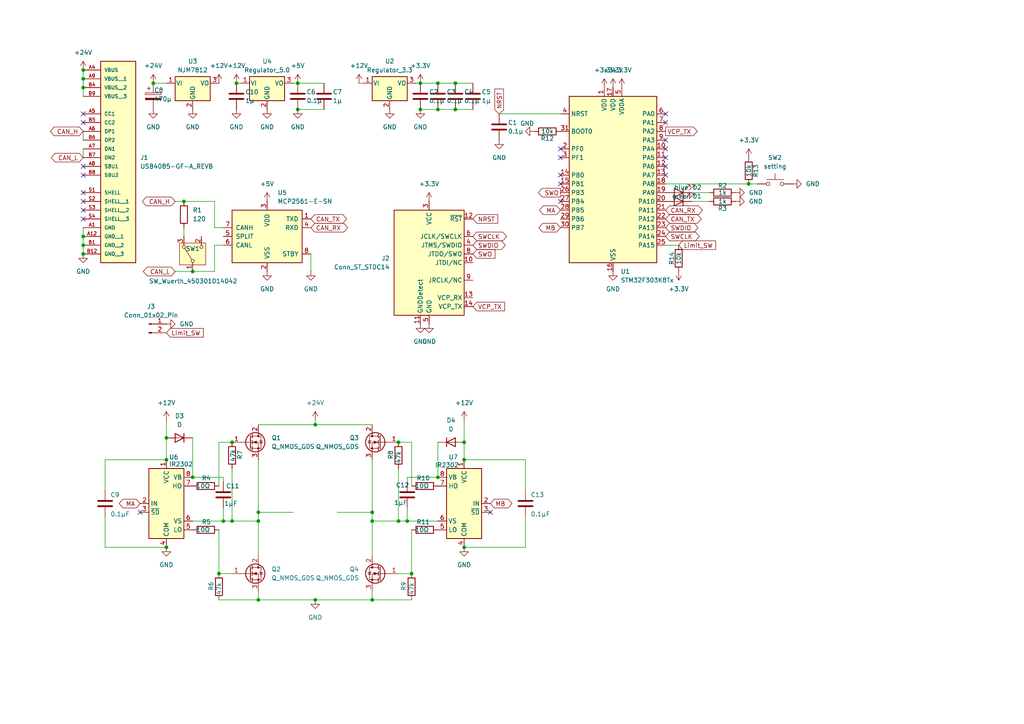
<source format=kicad_sch>
(kicad_sch (version 20250114) (generator "eeschema") (generator_version "9.0")
  (paper "A4")
  (lib_symbols
    (symbol "Connector:Conn_01x02_Pin" (pin_names (offset 1.016) (hide yes))
      (property "Reference" "J" (at 0 2.54 0))
      (property "Value" "Conn_01x02_Pin" (at 0 -5.08 0))
      (symbol "Conn_01x02_Pin_1_1"
        (rectangle (start 0.8636 0.127) (end 0 -0.127) (stroke (width 0.1524)) (fill (type outline)))
        (rectangle (start 0.8636 -2.413) (end 0 -2.667) (stroke (width 0.1524)) (fill (type outline)))
        (polyline (pts (xy 1.27 0) (xy 0.8636 0)) (stroke (width 0.1524)))
        (polyline (pts (xy 1.27 -2.54) (xy 0.8636 -2.54)) (stroke (width 0.1524)))
        (pin passive line (at 5.08 0 180) (length 3.81) (name "Pin_1") (number "1"))
        (pin passive line (at 5.08 -2.54 180) (length 3.81) (name "Pin_2") (number "2"))
      )
    )
    (symbol "Connector:Conn_ST_STDC14"
      (property "Reference" "J" (at -8.89 16.51 0))
      (property "Value" "Conn_ST_STDC14" (at 17.78 16.51 0))
      (symbol "Conn_ST_STDC14_0_1"
        (rectangle (start -10.16 15.24) (end 10.16 -15.24) (stroke (width 0.254)) (fill (type background)))
      )
      (symbol "Conn_ST_STDC14_1_1"
        (pin no_connect line (at -10.16 5.08 0) (length 2.54) (hide yes) (name "NC") (number "1"))
        (pin no_connect line (at -10.16 2.54 0) (length 2.54) (hide yes) (name "NC") (number "2"))
        (pin passive line (at -2.54 -17.78 90) (length 2.54) (name "GNDDetect") (number "11"))
        (pin power_in line (at 0 17.78 270) (length 2.54) (name "VCC") (number "3"))
        (pin power_in line (at 0 -17.78 90) (length 2.54) (name "GND") (number "5"))
        (pin passive line (at 0 -17.78 90) (length 2.54) (hide yes) (name "GND") (number "7"))
        (pin open_collector line (at 12.7 12.7 180) (length 2.54) (name "~{RST}") (number "12"))
        (pin output line (at 12.7 7.62 180) (length 2.54) (name "JCLK/SWCLK") (number "6"))
        (pin bidirectional line (at 12.7 5.08 180) (length 2.54) (name "JTMS/SWDIO") (number "4"))
        (pin input line (at 12.7 2.54 180) (length 2.54) (name "JTDO/SWO") (number "8"))
        (pin output line (at 12.7 0 180) (length 2.54) (name "JTDI/NC") (number "10"))
        (pin input line (at 12.7 -5.08 180) (length 2.54) (name "JRCLK/NC") (number "9"))
        (pin output line (at 12.7 -10.16 180) (length 2.54) (name "VCP_RX") (number "13"))
        (pin input line (at 12.7 -12.7 180) (length 2.54) (name "VCP_TX") (number "14"))
      )
    )
    (symbol "Device:C" (pin_numbers (hide yes)) (pin_names (offset 0.254))
      (property "Reference" "C" (at 0.635 2.54 0))
      (property "Value" "C" (at 0.635 -2.54 0))
      (symbol "C_0_1"
        (polyline (pts (xy -2.032 0.762) (xy 2.032 0.762)) (stroke (width 0.508)))
        (polyline (pts (xy -2.032 -0.762) (xy 2.032 -0.762)) (stroke (width 0.508)))
      )
      (symbol "C_1_1"
        (pin passive line (at 0 3.81 270) (length 2.794) (name "~") (number "1"))
        (pin passive line (at 0 -3.81 90) (length 2.794) (name "~") (number "2"))
      )
    )
    (symbol "Device:C_Polarized" (pin_numbers (hide yes)) (pin_names (offset 0.254))
      (property "Reference" "C" (at 0.635 2.54 0))
      (property "Value" "C_Polarized" (at 0.635 -2.54 0))
      (symbol "C_Polarized_0_1"
        (rectangle (start -2.286 0.508) (end 2.286 1.016))
        (polyline (pts (xy -1.778 2.286) (xy -0.762 2.286)))
        (polyline (pts (xy -1.27 2.794) (xy -1.27 1.778)))
        (rectangle (start 2.286 -0.508) (end -2.286 -1.016) (fill (type outline)))
      )
      (symbol "C_Polarized_1_1"
        (pin passive line (at 0 3.81 270) (length 2.794) (name "~") (number "1"))
        (pin passive line (at 0 -3.81 90) (length 2.794) (name "~") (number "2"))
      )
    )
    (symbol "Device:D" (pin_numbers (hide yes)) (pin_names (offset 1.016) (hide yes))
      (property "Reference" "D" (at 0 2.54 0))
      (property "Value" "D" (at 0 -2.54 0))
      (symbol "D_0_1"
        (polyline (pts (xy -1.27 1.27) (xy -1.27 -1.27)) (stroke (width 0.254)))
        (polyline (pts (xy 1.27 1.27) (xy 1.27 -1.27) (xy -1.27 0) (xy 1.27 1.27)) (stroke (width 0.254)))
        (polyline (pts (xy 1.27 0) (xy -1.27 0)))
      )
      (symbol "D_1_1"
        (pin passive line (at -3.81 0 0) (length 2.54) (name "K") (number "1"))
        (pin passive line (at 3.81 0 180) (length 2.54) (name "A") (number "2"))
      )
    )
    (symbol "Device:LED" (pin_numbers (hide yes)) (pin_names (offset 1.016) (hide yes))
      (property "Reference" "D" (at 0 2.54 0))
      (property "Value" "LED" (at 0 -2.54 0))
      (symbol "LED_0_1"
        (polyline (pts (xy -3.048 -0.762) (xy -4.572 -2.286) (xy -3.81 -2.286) (xy -4.572 -2.286) (xy -4.572 -1.524)))
        (polyline (pts (xy -1.778 -0.762) (xy -3.302 -2.286) (xy -2.54 -2.286) (xy -3.302 -2.286) (xy -3.302 -1.524)))
        (polyline (pts (xy -1.27 0) (xy 1.27 0)))
        (polyline (pts (xy -1.27 -1.27) (xy -1.27 1.27)) (stroke (width 0.254)))
        (polyline (pts (xy 1.27 -1.27) (xy 1.27 1.27) (xy -1.27 0) (xy 1.27 -1.27)) (stroke (width 0.254)))
      )
      (symbol "LED_1_1"
        (pin passive line (at -3.81 0 0) (length 2.54) (name "K") (number "1"))
        (pin passive line (at 3.81 0 180) (length 2.54) (name "A") (number "2"))
      )
    )
    (symbol "Device:Q_NMOS_GDS" (pin_names (offset 0) (hide yes))
      (property "Reference" "Q" (at 5.08 1.27 0))
      (property "Value" "Q_NMOS_GDS" (at 5.08 -1.27 0))
      (symbol "Q_NMOS_GDS_0_1"
        (polyline (pts (xy 0.254 1.905) (xy 0.254 -1.905)) (stroke (width 0.254)))
        (polyline (pts (xy 0.254 0) (xy -2.54 0)))
        (polyline (pts (xy 0.762 2.286) (xy 0.762 1.27)) (stroke (width 0.254)))
        (polyline (pts (xy 0.762 0.508) (xy 0.762 -0.508)) (stroke (width 0.254)))
        (polyline (pts (xy 0.762 -1.27) (xy 0.762 -2.286)) (stroke (width 0.254)))
        (polyline (pts (xy 0.762 -1.778) (xy 3.302 -1.778) (xy 3.302 1.778) (xy 0.762 1.778)))
        (polyline (pts (xy 1.016 0) (xy 2.032 0.381) (xy 2.032 -0.381) (xy 1.016 0)) (fill (type outline)))
        (circle (center 1.651 0) (radius 2.794) (stroke (width 0.254)))
        (polyline (pts (xy 2.54 2.54) (xy 2.54 1.778)))
        (circle (center 2.54 1.778) (radius 0.254) (fill (type outline)))
        (circle (center 2.54 -1.778) (radius 0.254) (fill (type outline)))
        (polyline (pts (xy 2.54 -2.54) (xy 2.54 0) (xy 0.762 0)))
        (polyline (pts (xy 2.794 0.508) (xy 2.921 0.381) (xy 3.683 0.381) (xy 3.81 0.254)))
        (polyline (pts (xy 3.302 0.381) (xy 2.921 -0.254) (xy 3.683 -0.254) (xy 3.302 0.381)))
      )
      (symbol "Q_NMOS_GDS_1_1"
        (pin input line (at -5.08 0 0) (length 2.54) (name "G") (number "1"))
        (pin passive line (at 2.54 5.08 270) (length 2.54) (name "D") (number "2"))
        (pin passive line (at 2.54 -5.08 90) (length 2.54) (name "S") (number "3"))
      )
    )
    (symbol "Device:R" (pin_numbers (hide yes)) (pin_names (offset 0))
      (property "Reference" "R" (at 2.032 0 90))
      (property "Value" "R" (at 0 0 90))
      (symbol "R_0_1"
        (rectangle (start -1.016 -2.54) (end 1.016 2.54) (stroke (width 0.254)))
      )
      (symbol "R_1_1"
        (pin passive line (at 0 3.81 270) (length 1.27) (name "~") (number "1"))
        (pin passive line (at 0 -3.81 90) (length 1.27) (name "~") (number "2"))
      )
    )
    (symbol "Driver_FET:IR2302"
      (property "Reference" "U" (at 1.27 13.335 0))
      (property "Value" "IR2302" (at 1.27 11.43 0))
      (symbol "IR2302_0_1"
        (rectangle (start -5.08 -10.16) (end 5.08 10.16) (stroke (width 0.254)) (fill (type background)))
      )
      (symbol "IR2302_1_1"
        (pin input line (at -7.62 0 0) (length 2.54) (name "IN") (number "2"))
        (pin input line (at -7.62 -2.54 0) (length 2.54) (name "~{SD}") (number "3"))
        (pin power_in line (at 0 12.7 270) (length 2.54) (name "VCC") (number "1"))
        (pin power_in line (at 0 -12.7 90) (length 2.54) (name "COM") (number "4"))
        (pin passive line (at 7.62 7.62 180) (length 2.54) (name "VB") (number "8"))
        (pin output line (at 7.62 5.08 180) (length 2.54) (name "HO") (number "7"))
        (pin passive line (at 7.62 -5.08 180) (length 2.54) (name "VS") (number "6"))
        (pin output line (at 7.62 -7.62 180) (length 2.54) (name "LO") (number "5"))
      )
    )
    (symbol "Interface_CAN_LIN:MCP2561-E-SN" (pin_names (offset 1.016))
      (property "Reference" "U" (at -10.16 8.89 0))
      (property "Value" "MCP2561-E-SN" (at 2.54 8.89 0))
      (symbol "MCP2561-E-SN_0_1"
        (rectangle (start -10.16 7.62) (end 10.16 -7.62) (stroke (width 0.254)) (fill (type background)))
      )
      (symbol "MCP2561-E-SN_1_1"
        (pin input line (at -12.7 5.08 0) (length 2.54) (name "TXD") (number "1"))
        (pin output line (at -12.7 2.54 0) (length 2.54) (name "RXD") (number "4"))
        (pin input line (at -12.7 -5.08 0) (length 2.54) (name "STBY") (number "8"))
        (pin power_in line (at 0 10.16 270) (length 2.54) (name "VDD") (number "3"))
        (pin power_in line (at 0 -10.16 90) (length 2.54) (name "VSS") (number "2"))
        (pin bidirectional line (at 12.7 2.54 180) (length 2.54) (name "CANH") (number "7"))
        (pin passive line (at 12.7 0 180) (length 2.54) (name "SPLIT") (number "5"))
        (pin bidirectional line (at 12.7 -2.54 180) (length 2.54) (name "CANL") (number "6"))
      )
    )
    (symbol "MCU_ST_STM32F3:STM32F303K8Tx"
      (property "Reference" "U" (at -12.7 26.67 0))
      (property "Value" "STM32F303K8Tx" (at 5.08 26.67 0))
      (symbol "STM32F303K8Tx_0_1"
        (rectangle (start -12.7 -22.86) (end 12.7 25.4) (stroke (width 0.254)) (fill (type background)))
      )
      (symbol "STM32F303K8Tx_1_1"
        (pin input line (at -15.24 20.32 0) (length 2.54) (name "NRST") (number "4"))
        (pin input line (at -15.24 15.24 0) (length 2.54) (name "BOOT0") (number "31"))
        (pin bidirectional line (at -15.24 10.16 0) (length 2.54) (name "PF0") (number "2"))
        (pin bidirectional line (at -15.24 7.62 0) (length 2.54) (name "PF1") (number "3"))
        (pin bidirectional line (at -15.24 2.54 0) (length 2.54) (name "PB0") (number "14"))
        (pin bidirectional line (at -15.24 0 0) (length 2.54) (name "PB1") (number "15"))
        (pin bidirectional line (at -15.24 -2.54 0) (length 2.54) (name "PB3") (number "26"))
        (pin bidirectional line (at -15.24 -5.08 0) (length 2.54) (name "PB4") (number "27"))
        (pin bidirectional line (at -15.24 -7.62 0) (length 2.54) (name "PB5") (number "28"))
        (pin bidirectional line (at -15.24 -10.16 0) (length 2.54) (name "PB6") (number "29"))
        (pin bidirectional line (at -15.24 -12.7 0) (length 2.54) (name "PB7") (number "30"))
        (pin power_in line (at -2.54 27.94 270) (length 2.54) (name "VDD") (number "1"))
        (pin power_in line (at 0 27.94 270) (length 2.54) (name "VDD") (number "17"))
        (pin power_in line (at 0 -25.4 90) (length 2.54) (name "VSS") (number "16"))
        (pin passive line (at 0 -25.4 90) (length 2.54) (hide yes) (name "VSS") (number "32"))
        (pin power_in line (at 2.54 27.94 270) (length 2.54) (name "VDDA") (number "5"))
        (pin bidirectional line (at 15.24 20.32 180) (length 2.54) (name "PA0") (number "6"))
        (pin bidirectional line (at 15.24 17.78 180) (length 2.54) (name "PA1") (number "7"))
        (pin bidirectional line (at 15.24 15.24 180) (length 2.54) (name "PA2") (number "8"))
        (pin bidirectional line (at 15.24 12.7 180) (length 2.54) (name "PA3") (number "9"))
        (pin bidirectional line (at 15.24 10.16 180) (length 2.54) (name "PA4") (number "10"))
        (pin bidirectional line (at 15.24 7.62 180) (length 2.54) (name "PA5") (number "11"))
        (pin bidirectional line (at 15.24 5.08 180) (length 2.54) (name "PA6") (number "12"))
        (pin bidirectional line (at 15.24 2.54 180) (length 2.54) (name "PA7") (number "13"))
        (pin bidirectional line (at 15.24 0 180) (length 2.54) (name "PA8") (number "18"))
        (pin bidirectional line (at 15.24 -2.54 180) (length 2.54) (name "PA9") (number "19"))
        (pin bidirectional line (at 15.24 -5.08 180) (length 2.54) (name "PA10") (number "20"))
        (pin bidirectional line (at 15.24 -7.62 180) (length 2.54) (name "PA11") (number "21"))
        (pin bidirectional line (at 15.24 -10.16 180) (length 2.54) (name "PA12") (number "22"))
        (pin bidirectional line (at 15.24 -12.7 180) (length 2.54) (name "PA13") (number "23"))
        (pin bidirectional line (at 15.24 -15.24 180) (length 2.54) (name "PA14") (number "24"))
        (pin bidirectional line (at 15.24 -17.78 180) (length 2.54) (name "PA15") (number "25"))
      )
    )
    (symbol "Regulator_Linear:KA78M05_TO252" (pin_names (offset 0.254))
      (property "Reference" "U" (at -3.81 3.175 0))
      (property "Value" "KA78M05_TO252" (at 0 3.175 0))
      (symbol "KA78M05_TO252_0_1"
        (rectangle (start -5.08 1.905) (end 5.08 -5.08) (stroke (width 0.254)) (fill (type background)))
      )
      (symbol "KA78M05_TO252_1_1"
        (pin power_in line (at -7.62 0 0) (length 2.54) (name "VI") (number "1"))
        (pin power_in line (at 0 -7.62 90) (length 2.54) (name "GND") (number "2"))
        (pin power_out line (at 7.62 0 180) (length 2.54) (name "VO") (number "3"))
      )
    )
    (symbol "Regulator_Linear:LM2936-5.0" (pin_names (offset 0.254))
      (property "Reference" "U" (at -3.81 3.175 0))
      (property "Value" "LM2936-5.0" (at 0 3.175 0))
      (symbol "LM2936-5.0_0_1"
        (rectangle (start -5.08 1.905) (end 5.08 -5.08) (stroke (width 0.254)) (fill (type background)))
      )
      (symbol "LM2936-5.0_1_1"
        (pin power_in line (at -7.62 0 0) (length 2.54) (name "VI") (number "1"))
        (pin power_in line (at 0 -7.62 90) (length 2.54) (name "GND") (number "2"))
        (pin power_out line (at 7.62 0 180) (length 2.54) (name "VO") (number "3"))
      )
    )
    (symbol "Switch:SW_Push" (pin_numbers (hide yes)) (pin_names (offset 1.016) (hide yes))
      (property "Reference" "SW" (at 1.27 2.54 0))
      (property "Value" "SW_Push" (at 0 -1.524 0))
      (symbol "SW_Push_0_1"
        (circle (center -2.032 0) (radius 0.508))
        (polyline (pts (xy 0 1.27) (xy 0 3.048)))
        (circle (center 2.032 0) (radius 0.508))
        (polyline (pts (xy 2.54 1.27) (xy -2.54 1.27)))
        (pin passive line (at -5.08 0 0) (length 2.54) (name "1") (number "1"))
        (pin passive line (at 5.08 0 180) (length 2.54) (name "2") (number "2"))
      )
    )
    (symbol "Switch:SW_Wuerth_450301014042" (pin_names (offset 1) (hide yes))
      (property "Reference" "SW" (at 0 5.08 0))
      (property "Value" "SW_Wuerth_450301014042" (at 0 -5.08 0))
      (symbol "SW_Wuerth_450301014042_0_1"
        (circle (center -2.032 0) (radius 0.4572))
        (polyline (pts (xy -1.651 0.254) (xy 1.651 2.286)))
        (circle (center 2.032 2.54) (radius 0.4572))
        (circle (center 2.032 -2.54) (radius 0.4572))
      )
      (symbol "SW_Wuerth_450301014042_1_1"
        (rectangle (start -3.175 3.81) (end 3.175 -3.81) (fill (type background)))
        (pin passive line (at -5.08 0 0) (length 2.54) (name "B") (number "1"))
        (pin passive line (at 5.08 2.54 180) (length 2.54) (name "A") (number "3"))
        (pin passive line (at 5.08 -2.54 180) (length 2.54) (name "C") (number "2"))
      )
    )
    (symbol "USB4085-GF-A_REVB:USB4085-GF-A_REVB" (pin_names (offset 1.016))
      (property "Reference" "J" (at -5.08 18.288 0))
      (property "Value" "USB4085-GF-A_REVB" (at -5.08 -43.18 0))
      (symbol "USB4085-GF-A_REVB_0_0"
        (rectangle (start -5.08 -40.64) (end 5.08 17.78) (stroke (width 0.254)) (fill (type background)))
        (pin power_in line (at -10.16 15.24 0) (length 5.08) (name "VBUS") (number "A4"))
        (pin power_in line (at -10.16 12.7 0) (length 5.08) (name "VBUS__1") (number "A9"))
        (pin power_in line (at -10.16 10.16 0) (length 5.08) (name "VBUS__2") (number "B4"))
        (pin power_in line (at -10.16 7.62 0) (length 5.08) (name "VBUS__3") (number "B9"))
        (pin bidirectional line (at -10.16 2.54 0) (length 5.08) (name "CC1") (number "A5"))
        (pin bidirectional line (at -10.16 0 0) (length 5.08) (name "CC2") (number "B5"))
        (pin bidirectional line (at -10.16 -2.54 0) (length 5.08) (name "DP1") (number "A6"))
        (pin bidirectional line (at -10.16 -5.08 0) (length 5.08) (name "DP2") (number "B6"))
        (pin bidirectional line (at -10.16 -7.62 0) (length 5.08) (name "DN1") (number "A7"))
        (pin bidirectional line (at -10.16 -10.16 0) (length 5.08) (name "DN2") (number "B7"))
        (pin bidirectional line (at -10.16 -12.7 0) (length 5.08) (name "SBU1") (number "A8"))
        (pin bidirectional line (at -10.16 -15.24 0) (length 5.08) (name "SBU2") (number "B8"))
        (pin passive line (at -10.16 -20.32 0) (length 5.08) (name "SHELL") (number "S1"))
        (pin passive line (at -10.16 -22.86 0) (length 5.08) (name "SHELL__1") (number "S2"))
        (pin passive line (at -10.16 -25.4 0) (length 5.08) (name "SHELL__2") (number "S3"))
        (pin passive line (at -10.16 -27.94 0) (length 5.08) (name "SHELL__3") (number "S4"))
        (pin power_in line (at -10.16 -30.48 0) (length 5.08) (name "GND") (number "A1"))
        (pin power_in line (at -10.16 -33.02 0) (length 5.08) (name "GND__1") (number "A12"))
        (pin power_in line (at -10.16 -35.56 0) (length 5.08) (name "GND__2") (number "B1"))
        (pin power_in line (at -10.16 -38.1 0) (length 5.08) (name "GND__3") (number "B12"))
      )
    )
    (symbol "power:+12V" (power) (pin_numbers (hide yes)) (pin_names (offset 0) (hide yes))
      (property "Value" "+12V" (at 0 3.556 0))
      (symbol "+12V_0_1"
        (polyline (pts (xy -0.762 1.27) (xy 0 2.54)))
        (polyline (pts (xy 0 2.54) (xy 0.762 1.27)))
        (polyline (pts (xy 0 0) (xy 0 2.54)))
      )
      (symbol "+12V_1_1"
        (pin power_in line (at 0 0 90) (length 0) (name "~") (number "1"))
      )
    )
    (symbol "power:+24V" (power) (pin_numbers (hide yes)) (pin_names (offset 0) (hide yes))
      (property "Value" "+24V" (at 0 3.556 0))
      (symbol "+24V_0_1"
        (polyline (pts (xy -0.762 1.27) (xy 0 2.54)))
        (polyline (pts (xy 0 2.54) (xy 0.762 1.27)))
        (polyline (pts (xy 0 0) (xy 0 2.54)))
      )
      (symbol "+24V_1_1"
        (pin power_in line (at 0 0 90) (length 0) (name "~") (number "1"))
      )
    )
    (symbol "power:+3.3V" (power) (pin_numbers (hide yes)) (pin_names (offset 0) (hide yes))
      (property "Value" "+3.3V" (at 0 3.556 0))
      (symbol "+3.3V_0_1"
        (polyline (pts (xy -0.762 1.27) (xy 0 2.54)))
        (polyline (pts (xy 0 2.54) (xy 0.762 1.27)))
        (polyline (pts (xy 0 0) (xy 0 2.54)))
      )
      (symbol "+3.3V_1_1"
        (pin power_in line (at 0 0 90) (length 0) (name "~") (number "1"))
      )
    )
    (symbol "power:+5V" (power) (pin_numbers (hide yes)) (pin_names (offset 0) (hide yes))
      (property "Value" "+5V" (at 0 3.556 0))
      (symbol "+5V_0_1"
        (polyline (pts (xy -0.762 1.27) (xy 0 2.54)))
        (polyline (pts (xy 0 2.54) (xy 0.762 1.27)))
        (polyline (pts (xy 0 0) (xy 0 2.54)))
      )
      (symbol "+5V_1_1"
        (pin power_in line (at 0 0 90) (length 0) (name "~") (number "1"))
      )
    )
    (symbol "power:GND" (power) (pin_numbers (hide yes)) (pin_names (offset 0) (hide yes))
      (property "Value" "GND" (at 0 -3.81 0))
      (symbol "GND_0_1"
        (polyline (pts (xy 0 0) (xy 0 -1.27) (xy 1.27 -1.27) (xy 0 -2.54) (xy -1.27 -1.27) (xy 0 -1.27)))
      )
      (symbol "GND_1_1"
        (pin power_in line (at 0 0 270) (length 0) (name "~") (number "1"))
      )
    )
  )
  (junction (at 24.13 68.58))
  (junction (at 86.36 31.75))
  (junction (at 48.26 133.35))
  (junction (at 24.13 71.12))
  (junction (at 107.95 148.59))
  (junction (at 134.62 128.27))
  (junction (at 63.5 166.37))
  (junction (at 132.08 31.75))
  (junction (at 24.13 20.32))
  (junction (at 44.45 24.13))
  (junction (at 55.88 78.74))
  (junction (at 74.93 151.13))
  (junction (at 115.57 128.27))
  (junction (at 107.95 151.13))
  (junction (at 127 31.75))
  (junction (at 121.92 24.13))
  (junction (at 48.26 158.75))
  (junction (at 67.31 128.27))
  (junction (at 91.44 173.99))
  (junction (at 24.13 22.86))
  (junction (at 127 24.13))
  (junction (at 64.77 151.13))
  (junction (at 53.34 58.42))
  (junction (at 55.88 138.43))
  (junction (at 118.11 151.13))
  (junction (at 119.38 166.37))
  (junction (at 86.36 24.13))
  (junction (at 48.26 127))
  (junction (at 134.62 133.35))
  (junction (at 127 138.43))
  (junction (at 115.57 151.13))
  (junction (at 91.44 123.19))
  (junction (at 134.62 158.75))
  (junction (at 107.95 173.99))
  (junction (at 132.08 24.13))
  (junction (at 121.92 31.75))
  (junction (at 67.31 151.13))
  (junction (at 68.58 24.13))
  (junction (at 24.13 25.4))
  (junction (at 217.17 53.34))
  (junction (at 74.93 148.59))
  (junction (at 74.93 173.99))
  (junction (at 24.13 73.66))
  (no_connect (at 193.04 48.26))
  (no_connect (at 193.04 43.18))
  (no_connect (at 162.56 50.8))
  (no_connect (at 24.13 50.8))
  (no_connect (at 142.24 148.59))
  (no_connect (at 24.13 33.02))
  (no_connect (at 24.13 58.42))
  (no_connect (at 162.56 43.18))
  (no_connect (at 193.04 45.72))
  (no_connect (at 24.13 55.88))
  (no_connect (at 193.04 50.8))
  (no_connect (at 193.04 35.56))
  (no_connect (at 40.64 148.59))
  (no_connect (at 24.13 60.96))
  (no_connect (at 24.13 35.56))
  (no_connect (at 162.56 58.42))
  (no_connect (at 24.13 63.5))
  (no_connect (at 162.56 45.72))
  (no_connect (at 162.56 53.34))
  (no_connect (at 24.13 48.26))
  (no_connect (at 193.04 40.64))
  (no_connect (at 193.04 33.02))
  (wire (pts (xy 86.36 31.75) (xy 93.98 31.75)))
  (wire (pts (xy 63.5 166.37) (xy 67.31 166.37)))
  (wire (pts (xy 119.38 128.27) (xy 119.38 140.97)))
  (wire (pts (xy 121.92 31.75) (xy 127 31.75)))
  (wire (pts (xy 119.38 166.37) (xy 115.57 166.37)))
  (wire (pts (xy 193.04 71.12) (xy 196.85 71.12)))
  (wire (pts (xy 91.44 123.19) (xy 107.95 123.19)))
  (wire (pts (xy 152.4 158.75) (xy 134.62 158.75)))
  (wire (pts (xy 152.4 133.35) (xy 134.62 133.35)))
  (wire (pts (xy 152.4 142.24) (xy 152.4 133.35)))
  (wire (pts (xy 48.26 158.75) (xy 30.48 158.75)))
  (wire (pts (xy 63.5 153.67) (xy 63.5 166.37)))
  (wire (pts (xy 144.78 33.02) (xy 162.56 33.02)))
  (wire (pts (xy 152.4 149.86) (xy 152.4 158.75)))
  (wire (pts (xy 107.95 173.99) (xy 119.38 173.99)))
  (wire (pts (xy 118.11 138.43) (xy 118.11 139.7)))
  (wire (pts (xy 134.62 121.92) (xy 134.62 128.27)))
  (wire (pts (xy 63.5 173.99) (xy 74.93 173.99)))
  (wire (pts (xy 74.93 133.35) (xy 74.93 148.59)))
  (wire (pts (xy 62.23 78.74) (xy 62.23 71.12)))
  (wire (pts (xy 48.26 121.92) (xy 48.26 127)))
  (wire (pts (xy 24.13 25.4) (xy 24.13 27.94)))
  (wire (pts (xy 30.48 133.35) (xy 48.26 133.35)))
  (wire (pts (xy 104.14 24.13) (xy 105.41 24.13)))
  (wire (pts (xy 48.26 127) (xy 48.26 133.35)))
  (wire (pts (xy 30.48 158.75) (xy 30.48 149.86)))
  (wire (pts (xy 24.13 68.58) (xy 24.13 71.12)))
  (wire (pts (xy 107.95 151.13) (xy 107.95 161.29)))
  (wire (pts (xy 68.58 24.13) (xy 69.85 24.13)))
  (wire (pts (xy 118.11 147.32) (xy 118.11 151.13)))
  (wire (pts (xy 127 24.13) (xy 132.08 24.13)))
  (wire (pts (xy 97.79 148.59) (xy 107.95 148.59)))
  (wire (pts (xy 127 31.75) (xy 132.08 31.75)))
  (wire (pts (xy 62.23 66.04) (xy 64.77 66.04)))
  (wire (pts (xy 115.57 151.13) (xy 118.11 151.13)))
  (wire (pts (xy 86.36 24.13) (xy 85.09 24.13)))
  (wire (pts (xy 24.13 22.86) (xy 24.13 25.4)))
  (wire (pts (xy 55.88 78.74) (xy 62.23 78.74)))
  (wire (pts (xy 24.13 71.12) (xy 24.13 73.66)))
  (wire (pts (xy 64.77 138.43) (xy 55.88 138.43)))
  (wire (pts (xy 74.93 148.59) (xy 85.09 148.59)))
  (wire (pts (xy 64.77 147.32) (xy 64.77 151.13)))
  (wire (pts (xy 64.77 138.43) (xy 64.77 139.7)))
  (wire (pts (xy 91.44 173.99) (xy 107.95 173.99)))
  (wire (pts (xy 53.34 58.42) (xy 50.8 58.42)))
  (wire (pts (xy 24.13 66.04) (xy 24.13 68.58)))
  (wire (pts (xy 50.8 78.74) (xy 55.88 78.74)))
  (wire (pts (xy 107.95 151.13) (xy 115.57 151.13)))
  (wire (pts (xy 119.38 153.67) (xy 119.38 166.37)))
  (wire (pts (xy 107.95 173.99) (xy 107.95 171.45)))
  (wire (pts (xy 132.08 31.75) (xy 137.16 31.75)))
  (wire (pts (xy 107.95 148.59) (xy 107.95 151.13)))
  (wire (pts (xy 64.77 151.13) (xy 67.31 151.13)))
  (wire (pts (xy 24.13 43.18) (xy 24.13 45.72)))
  (wire (pts (xy 53.34 66.04) (xy 53.34 68.58)))
  (wire (pts (xy 24.13 38.1) (xy 24.13 40.64)))
  (wire (pts (xy 63.5 128.27) (xy 67.31 128.27)))
  (wire (pts (xy 121.92 24.13) (xy 120.65 24.13)))
  (wire (pts (xy 132.08 24.13) (xy 137.16 24.13)))
  (wire (pts (xy 62.23 71.12) (xy 64.77 71.12)))
  (wire (pts (xy 115.57 135.89) (xy 115.57 151.13)))
  (wire (pts (xy 193.04 53.34) (xy 217.17 53.34)))
  (wire (pts (xy 63.5 128.27) (xy 63.5 140.97)))
  (wire (pts (xy 107.95 133.35) (xy 107.95 148.59)))
  (wire (pts (xy 90.17 73.66) (xy 90.17 78.74)))
  (wire (pts (xy 74.93 173.99) (xy 74.93 171.45)))
  (wire (pts (xy 134.62 128.27) (xy 134.62 133.35)))
  (wire (pts (xy 24.13 20.32) (xy 24.13 22.86)))
  (wire (pts (xy 86.36 24.13) (xy 93.98 24.13)))
  (wire (pts (xy 55.88 127) (xy 55.88 138.43)))
  (wire (pts (xy 205.74 55.88) (xy 200.66 55.88)))
  (wire (pts (xy 74.93 173.99) (xy 91.44 173.99)))
  (wire (pts (xy 67.31 151.13) (xy 74.93 151.13)))
  (wire (pts (xy 74.93 151.13) (xy 74.93 161.29)))
  (wire (pts (xy 119.38 128.27) (xy 115.57 128.27)))
  (wire (pts (xy 30.48 142.24) (xy 30.48 133.35)))
  (wire (pts (xy 74.93 148.59) (xy 74.93 151.13)))
  (wire (pts (xy 67.31 135.89) (xy 67.31 151.13)))
  (wire (pts (xy 121.92 24.13) (xy 127 24.13)))
  (wire (pts (xy 91.44 121.92) (xy 91.44 123.19)))
  (wire (pts (xy 62.23 58.42) (xy 53.34 58.42)))
  (wire (pts (xy 118.11 138.43) (xy 127 138.43)))
  (wire (pts (xy 44.45 24.13) (xy 48.26 24.13)))
  (wire (pts (xy 62.23 58.42) (xy 62.23 66.04)))
  (wire (pts (xy 55.88 151.13) (xy 64.77 151.13)))
  (wire (pts (xy 217.17 53.34) (xy 219.71 53.34)))
  (wire (pts (xy 200.66 58.42) (xy 205.74 58.42)))
  (wire (pts (xy 127 128.27) (xy 127 138.43)))
  (wire (pts (xy 118.11 151.13) (xy 127 151.13)))
  (wire (pts (xy 74.93 123.19) (xy 91.44 123.19)))
  (global_label "MB" (shape bidirectional) (at 142.24 146.05 0) (property "Intersheetrefs" "${INTERSHEET_REFS}" (effects (hide yes))))
  (global_label "MA" (shape bidirectional) (at 162.56 60.96 180) (property "Intersheetrefs" "${INTERSHEET_REFS}" (effects (hide yes))))
  (global_label "SWCLK" (shape bidirectional) (at 193.04 68.58 0) (property "Intersheetrefs" "${INTERSHEET_REFS}" (effects (hide yes))))
  (global_label "CAN_TX" (shape bidirectional) (at 90.17 63.5 0) (property "Intersheetrefs" "${INTERSHEET_REFS}" (effects (hide yes))))
  (global_label "CAN_H" (shape bidirectional) (at 50.8 58.42 180) (property "Intersheetrefs" "${INTERSHEET_REFS}" (effects (hide yes))))
  (global_label "CAN_L" (shape bidirectional) (at 24.13 45.72 180) (property "Intersheetrefs" "${INTERSHEET_REFS}" (effects (hide yes))))
  (global_label "SWO" (shape output) (at 162.56 55.88 180) (property "Intersheetrefs" "${INTERSHEET_REFS}" (effects (hide yes))))
  (global_label "NRST" (shape input) (at 144.78 33.02 90) (property "Intersheetrefs" "${INTERSHEET_REFS}" (effects (hide yes))))
  (global_label "CAN_RX" (shape bidirectional) (at 90.17 66.04 0) (property "Intersheetrefs" "${INTERSHEET_REFS}" (effects (hide yes))))
  (global_label "SWO" (shape input) (at 137.16 73.66 0) (property "Intersheetrefs" "${INTERSHEET_REFS}" (effects (hide yes))))
  (global_label "CAN_H" (shape bidirectional) (at 24.13 38.1 180) (property "Intersheetrefs" "${INTERSHEET_REFS}" (effects (hide yes))))
  (global_label "NRST" (shape input) (at 137.16 63.5 0) (property "Intersheetrefs" "${INTERSHEET_REFS}" (effects (hide yes))))
  (global_label "Limit_SW" (shape input) (at 196.85 71.12 0) (property "Intersheetrefs" "${INTERSHEET_REFS}" (effects (hide yes))))
  (global_label "SWDIO" (shape bidirectional) (at 137.16 71.12 0) (property "Intersheetrefs" "${INTERSHEET_REFS}" (effects (hide yes))))
  (global_label "CAN_L" (shape bidirectional) (at 50.8 78.74 180) (property "Intersheetrefs" "${INTERSHEET_REFS}" (effects (hide yes))))
  (global_label "VCP_TX" (shape output) (at 193.04 38.1 0) (property "Intersheetrefs" "${INTERSHEET_REFS}" (effects (hide yes))))
  (global_label "SWDIO" (shape bidirectional) (at 193.04 66.04 0) (property "Intersheetrefs" "${INTERSHEET_REFS}" (effects (hide yes))))
  (global_label "VCP_TX" (shape input) (at 137.16 88.9 0) (property "Intersheetrefs" "${INTERSHEET_REFS}" (effects (hide yes))))
  (global_label "MB" (shape bidirectional) (at 162.56 66.04 180) (property "Intersheetrefs" "${INTERSHEET_REFS}" (effects (hide yes))))
  (global_label "MA" (shape bidirectional) (at 40.64 146.05 180) (property "Intersheetrefs" "${INTERSHEET_REFS}" (effects (hide yes))))
  (global_label "SWCLK" (shape bidirectional) (at 137.16 68.58 0) (property "Intersheetrefs" "${INTERSHEET_REFS}" (effects (hide yes))))
  (global_label "CAN_RX" (shape bidirectional) (at 193.04 60.96 0) (property "Intersheetrefs" "${INTERSHEET_REFS}" (effects (hide yes))))
  (global_label "Limit_SW" (shape input) (at 48.26 96.52 0) (property "Intersheetrefs" "${INTERSHEET_REFS}" (effects (hide yes))))
  (global_label "CAN_TX" (shape bidirectional) (at 193.04 63.5 0) (property "Intersheetrefs" "${INTERSHEET_REFS}" (effects (hide yes))))
  (symbol (lib_id "Device:R") (at 158.75 38.1 270) (unit 1)
    (property "Reference" "R12" (at 158.75 40.132 90))
    (property "Value" "10k" (at 158.75 38.1 90))
    (property "Footprint" "Resistor_SMD:R_0603_1608Metric" (effects (hide yes)))
    (property "Description" "Resistor" (effects (hide yes)))
  )
  (symbol (lib_id "power:+3.3V") (at 177.8 25.4 0) (unit 1)
    (property "Reference" "#PWR013" (effects (hide yes)))
    (property "Value" "+3.3V" (at 177.8 20.32 0))
    (property "Description" "Power symbol creates a global label with name \"+3.3V\"" (effects (hide yes)))
  )
  (symbol (lib_id "power:GND") (at 154.94 38.1 270) (unit 1)
    (property "Reference" "#PWR035" (effects (hide yes)))
    (property "Value" "GND" (at 154.94 35.814 90) (effects (justify right)))
    (property "Description" "Power symbol creates a global label with name \"GND\" , ground" (effects (hide yes)))
  )
  (symbol (lib_id "Device:D") (at 130.81 128.27 0) (unit 1)
    (property "Reference" "D4" (at 130.81 121.92 0))
    (property "Value" "D" (at 130.81 124.46 0))
    (property "Footprint" "Diode_SMD:D_SOD-123F" (effects (hide yes)))
    (property "Description" "Diode" (effects (hide yes)))
    (property "Sim.Device" "D" (effects (hide yes)))
    (property "Sim.Pins" "1=K 2=A" (effects (hide yes)))
  )
  (symbol (lib_id "Switch:SW_Push") (at 224.79 53.34 0) (unit 1)
    (property "Reference" "SW2" (at 224.79 45.72 0))
    (property "Value" "setting" (at 224.79 48.26 0))
    (property "Footprint" "Button_Switch_THT:SW_PUSH_1P1T_6x3.5mm_H5.0_APEM_MJTP1250" (effects (hide yes)))
    (property "Description" "Push button switch, generic, two pins" (effects (hide yes)))
  )
  (symbol (lib_id "Device:C") (at 144.78 36.83 0) (unit 1)
    (property "Reference" "C1" (at 147.32 35.56 0) (effects (justify left)))
    (property "Value" "0.1μ" (at 147.32 38.1 0) (effects (justify left)))
    (property "Footprint" "Capacitor_SMD:C_0603_1608Metric" (effects (hide yes)))
    (property "Description" "Unpolarized capacitor" (effects (hide yes)))
  )
  (symbol (lib_id "Device:Q_NMOS_GDS") (at 72.39 166.37 0) (unit 1)
    (property "Reference" "Q2" (at 78.74 165.0999 0) (effects (justify left)))
    (property "Value" "Q_NMOS_GDS" (at 78.74 167.6399 0) (effects (justify left)))
    (property "Footprint" "Package_TO_SOT_SMD:TO-252-2" (effects (hide yes)))
    (property "Description" "N-MOSFET transistor, gate/drain/source" (effects (hide yes)))
  )
  (symbol (lib_id "power:GND") (at 213.36 55.88 90) (unit 1)
    (property "Reference" "#PWR021" (effects (hide yes)))
    (property "Value" "GND" (at 217.17 55.8799 90) (effects (justify right)))
    (property "Description" "Power symbol creates a global label with name \"GND\" , ground" (effects (hide yes)))
  )
  (symbol (lib_id "Device:LED") (at 196.85 58.42 180) (unit 1)
    (property "Reference" "D1" (at 202.184 56.896 0))
    (property "Value" "green" (at 197.612 56.896 0))
    (property "Footprint" "LED_SMD:LED_0603_1608Metric" (effects (hide yes)))
    (property "Description" "Light emitting diode" (effects (hide yes)))
  )
  (symbol (lib_id "Regulator_Linear:LM2936-5.0") (at 77.47 24.13 0) (unit 1)
    (property "Reference" "U4" (at 77.47 17.78 0))
    (property "Value" "Regulator_5.0" (at 77.47 20.32 0))
    (property "Footprint" "Package_TO_SOT_SMD:TO-252-2" (effects (hide yes)))
    (property "Datasheet" "http://www.ti.com/lit/ds/symlink/lm2936.pdf" (effects (hide yes)))
    (property "Description" "50mA Ultra-Low Quiescent Current LDO Voltage Regulator, 5.0V fixed output, TO-252/SOT-223" (effects (hide yes)))
  )
  (symbol (lib_id "power:+3.3V") (at 175.26 25.4 0) (unit 1)
    (property "Reference" "#PWR012" (effects (hide yes)))
    (property "Value" "+3.3V" (at 175.26 20.32 0))
    (property "Description" "Power symbol creates a global label with name \"+3.3V\"" (effects (hide yes)))
  )
  (symbol (lib_id "power:GND") (at 77.47 78.74 0) (unit 1)
    (property "Reference" "#PWR018" (effects (hide yes)))
    (property "Value" "GND" (at 77.47 83.82 0))
    (property "Description" "Power symbol creates a global label with name \"GND\" , ground" (effects (hide yes)))
  )
  (symbol (lib_id "Driver_FET:IR2302") (at 48.26 146.05 0) (unit 1)
    (property "Reference" "U6" (at 49.022 132.588 0) (effects (justify left)))
    (property "Value" "IR2302" (at 49.022 134.62 0) (effects (justify left)))
    (property "Footprint" "Package_SO:SOIC-8_3.9x4.9mm_P1.27mm" (effects (hide yes)))
    (property "Datasheet" "https://www.infineon.com/dgdl/ir2302.pdf?fileId=5546d462533600a4015355c988b216de" (effects (hide yes)))
    (property "Description" "Half-Bridge Driver, 600V, 200/350mA, PDIP-8/SOIC-8" (effects (hide yes)))
  )
  (symbol (lib_id "Device:C") (at 68.58 27.94 0) (unit 1)
    (property "Reference" "C10" (at 71.12 26.67 0) (effects (justify left)))
    (property "Value" "1μ" (at 71.12 29.21 0) (effects (justify left)))
    (property "Footprint" "Capacitor_SMD:C_0603_1608Metric" (effects (hide yes)))
    (property "Description" "Unpolarized capacitor" (effects (hide yes)))
  )
  (symbol (lib_id "Device:R") (at 209.55 58.42 90) (unit 1)
    (property "Reference" "R3" (at 209.55 60.452 90))
    (property "Value" "1k" (at 209.55 58.42 90))
    (property "Footprint" "Resistor_SMD:R_0603_1608Metric" (effects (hide yes)))
    (property "Description" "Resistor" (effects (hide yes)))
  )
  (symbol (lib_id "power:GND") (at 113.03 31.75 0) (unit 1)
    (property "Reference" "#PWR010" (effects (hide yes)))
    (property "Value" "GND" (at 113.03 36.83 0))
    (property "Description" "Power symbol creates a global label with name \"GND\" , ground" (effects (hide yes)))
  )
  (symbol (lib_id "USB4085-GF-A_REVB:USB4085-GF-A_REVB") (at 34.29 35.56 0) (unit 1)
    (property "Reference" "J1" (at 40.64 45.7199 0) (effects (justify left)))
    (property "Value" "USB4085-GF-A_REVB" (at 40.64 48.2599 0) (effects (justify left)))
    (property "Footprint" "my_parts:GCT_USB4085-GF-A_REVB" (effects (hide yes)))
    (property "PARTREV" "B" (effects (hide yes)))
    (property "STANDARD" "Manufacturer Recommendations" (effects (hide yes)))
    (property "SNAPEDA_PN" "USB4085-GF-A" (effects (hide yes)))
    (property "MAXIMUM_PACKAGE_HEIGHT" "3.16mm" (effects (hide yes)))
    (property "MANUFACTURER" "Global Connector Technology" (effects (hide yes)))
  )
  (symbol (lib_id "Device:R") (at 209.55 55.88 90) (unit 1)
    (property "Reference" "R2" (at 209.55 53.848 90))
    (property "Value" "1k" (at 209.55 55.88 90))
    (property "Footprint" "Resistor_SMD:R_0603_1608Metric" (effects (hide yes)))
    (property "Description" "Resistor" (effects (hide yes)))
  )
  (symbol (lib_id "power:GND") (at 48.26 158.75 0) (unit 1)
    (property "Reference" "#PWR030" (effects (hide yes)))
    (property "Value" "GND" (at 48.26 163.83 0))
    (property "Description" "Power symbol creates a global label with name \"GND\" , ground" (effects (hide yes)))
  )
  (symbol (lib_id "power:GND") (at 86.36 31.75 0) (unit 1)
    (property "Reference" "#PWR026" (effects (hide yes)))
    (property "Value" "GND" (at 86.36 36.83 0))
    (property "Description" "Power symbol creates a global label with name \"GND\" , ground" (effects (hide yes)))
  )
  (symbol (lib_id "Driver_FET:IR2302") (at 134.62 146.05 0) (mirror y) (unit 1)
    (property "Reference" "U7" (at 132.842 132.588 0) (effects (justify left)))
    (property "Value" "IR2302" (at 133.096 134.874 0) (effects (justify left)))
    (property "Footprint" "Package_SO:SOIC-8_3.9x4.9mm_P1.27mm" (effects (hide yes)))
    (property "Datasheet" "https://www.infineon.com/dgdl/ir2302.pdf?fileId=5546d462533600a4015355c988b216de" (effects (hide yes)))
    (property "Description" "Half-Bridge Driver, 600V, 200/350mA, PDIP-8/SOIC-8" (effects (hide yes)))
  )
  (symbol (lib_id "Device:R") (at 63.5 170.18 180) (unit 1)
    (property "Reference" "R6" (at 61.214 168.656 90) (effects (justify left)))
    (property "Value" "47k" (at 63.5 168.91 90) (effects (justify left)))
    (property "Footprint" "Resistor_SMD:R_0603_1608Metric_Pad0.98x0.95mm_HandSolder" (effects (hide yes)))
    (property "Description" "Resistor" (effects (hide yes)))
  )
  (symbol (lib_id "power:+24V") (at 44.45 24.13 0) (unit 1)
    (property "Reference" "#PWR011" (effects (hide yes)))
    (property "Value" "+24V" (at 44.45 19.05 0))
    (property "Description" "Power symbol creates a global label with name \"+24V\"" (effects (hide yes)))
  )
  (symbol (lib_id "power:GND") (at 68.58 31.75 0) (unit 1)
    (property "Reference" "#PWR027" (effects (hide yes)))
    (property "Value" "GND" (at 68.58 36.83 0))
    (property "Description" "Power symbol creates a global label with name \"GND\" , ground" (effects (hide yes)))
  )
  (symbol (lib_id "Device:R") (at 196.85 74.93 180) (unit 1)
    (property "Reference" "R14" (at 194.818 74.93 90))
    (property "Value" "10k" (at 196.85 74.93 90))
    (property "Footprint" "Resistor_SMD:R_0603_1608Metric" (effects (hide yes)))
    (property "Description" "Resistor" (effects (hide yes)))
  )
  (symbol (lib_id "power:+3.3V") (at 124.46 58.42 0) (unit 1)
    (property "Reference" "#PWR023" (effects (hide yes)))
    (property "Value" "+3.3V" (at 124.46 53.34 0))
    (property "Description" "Power symbol creates a global label with name \"+3.3V\"" (effects (hide yes)))
  )
  (symbol (lib_id "Device:R") (at 119.38 170.18 180) (unit 1)
    (property "Reference" "R9" (at 117.094 168.656 90) (effects (justify left)))
    (property "Value" "47k" (at 119.38 168.91 90) (effects (justify left)))
    (property "Footprint" "Resistor_SMD:R_0603_1608Metric_Pad0.98x0.95mm_HandSolder" (effects (hide yes)))
    (property "Description" "Resistor" (effects (hide yes)))
  )
  (symbol (lib_id "power:+12V") (at 48.26 121.92 0) (unit 1)
    (property "Reference" "#PWR029" (effects (hide yes)))
    (property "Value" "+12V" (at 48.26 116.84 0))
    (property "Description" "Power symbol creates a global label with name \"+12V\"" (effects (hide yes)))
  )
  (symbol (lib_id "Regulator_Linear:KA78M05_TO252") (at 55.88 24.13 0) (unit 1)
    (property "Reference" "U3" (at 55.88 17.78 0))
    (property "Value" "NJM7812" (at 55.88 20.32 0))
    (property "Footprint" "Package_TO_SOT_SMD:TO-252-2" (effects (hide yes)))
    (property "Datasheet" "https://www.onsemi.com/pub/Collateral/MC78M00-D.PDF" (effects (hide yes)))
    (property "Description" "Positive 500mA 35V Linear Regulator, Fixed Output 5V, TO-252 (D-PAK)" (effects (hide yes)))
  )
  (symbol (lib_id "Device:LED") (at 196.85 55.88 180) (unit 1)
    (property "Reference" "D2" (at 202.184 54.356 0))
    (property "Value" "blue" (at 197.612 54.356 0))
    (property "Footprint" "LED_SMD:LED_0603_1608Metric" (effects (hide yes)))
    (property "Description" "Light emitting diode" (effects (hide yes)))
  )
  (symbol (lib_id "power:GND") (at 55.88 31.75 0) (unit 1)
    (property "Reference" "#PWR08" (effects (hide yes)))
    (property "Value" "GND" (at 55.88 36.83 0))
    (property "Description" "Power symbol creates a global label with name \"GND\" , ground" (effects (hide yes)))
  )
  (symbol (lib_id "Device:C") (at 86.36 27.94 0) (unit 1)
    (property "Reference" "C6" (at 88.9 26.67 0) (effects (justify left)))
    (property "Value" "0.1μ" (at 88.9 29.21 0) (effects (justify left)))
    (property "Footprint" "Capacitor_SMD:C_0603_1608Metric" (effects (hide yes)))
    (property "Description" "Unpolarized capacitor" (effects (hide yes)))
  )
  (symbol (lib_id "Connector:Conn_01x02_Pin") (at 43.18 93.98 0) (unit 1)
    (property "Reference" "J3" (at 43.815 88.9 0))
    (property "Value" "Conn_01x02_Pin" (at 43.815 91.44 0))
    (property "Footprint" "Connector_JST:JST_PH_B2B-PH-SM4-TB_1x02-1MP_P2.00mm_Vertical" (effects (hide yes)))
    (property "Description" "Generic connector, single row, 01x02, script generated" (effects (hide yes)))
  )
  (symbol (lib_id "power:+24V") (at 24.13 20.32 0) (unit 1)
    (property "Reference" "#PWR01" (effects (hide yes)))
    (property "Value" "+24V" (at 24.13 15.24 0))
    (property "Description" "Power symbol creates a global label with name \"+24V\"" (effects (hide yes)))
  )
  (symbol (lib_id "MCU_ST_STM32F3:STM32F303K8Tx") (at 177.8 53.34 0) (unit 1)
    (property "Reference" "U1" (at 179.9941 78.74 0) (effects (justify left)))
    (property "Value" "STM32F303K8Tx" (at 179.9941 81.28 0) (effects (justify left)))
    (property "Footprint" "Package_QFP:LQFP-32_7x7mm_P0.8mm" (effects (hide yes)))
    (property "Datasheet" "https://www.st.com/resource/en/datasheet/stm32f303k8.pdf" (effects (hide yes)))
    (property "Description" "STMicroelectronics Arm Cortex-M4 MCU, 64KB flash, 16KB RAM, 72 MHz, 2.0-3.6V, 25 GPIO, LQFP32" (effects (hide yes)))
  )
  (symbol (lib_id "power:GND") (at 124.46 93.98 0) (unit 1)
    (property "Reference" "#PWR024" (effects (hide yes)))
    (property "Value" "GND" (at 124.46 99.06 0))
    (property "Description" "Power symbol creates a global label with name \"GND\" , ground" (effects (hide yes)))
  )
  (symbol (lib_id "power:GND") (at 121.92 31.75 0) (unit 1)
    (property "Reference" "#PWR025" (effects (hide yes)))
    (property "Value" "GND" (at 121.92 36.83 0))
    (property "Description" "Power symbol creates a global label with name \"GND\" , ground" (effects (hide yes)))
  )
  (symbol (lib_id "Device:R") (at 123.19 153.67 90) (unit 1)
    (property "Reference" "R11" (at 124.714 151.384 90) (effects (justify left)))
    (property "Value" "10Ω" (at 124.46 153.67 90) (effects (justify left)))
    (property "Footprint" "Resistor_SMD:R_0603_1608Metric_Pad0.98x0.95mm_HandSolder" (effects (hide yes)))
    (property "Description" "Resistor" (effects (hide yes)))
  )
  (symbol (lib_id "power:GND") (at 213.36 58.42 90) (unit 1)
    (property "Reference" "#PWR020" (effects (hide yes)))
    (property "Value" "GND" (at 217.17 58.4199 90) (effects (justify right)))
    (property "Description" "Power symbol creates a global label with name \"GND\" , ground" (effects (hide yes)))
  )
  (symbol (lib_id "power:+3.3V") (at 217.17 45.72 0) (unit 1)
    (property "Reference" "#PWR037" (effects (hide yes)))
    (property "Value" "+3.3V" (at 217.17 40.64 0))
    (property "Description" "Power symbol creates a global label with name \"+3.3V\"" (effects (hide yes)))
  )
  (symbol (lib_id "power:+12V") (at 63.5 24.13 0) (unit 1)
    (property "Reference" "#PWR03" (effects (hide yes)))
    (property "Value" "+12V" (at 63.5 19.05 0))
    (property "Description" "Power symbol creates a global label with name \"+12V\"" (effects (hide yes)))
  )
  (symbol (lib_id "Switch:SW_Wuerth_450301014042") (at 55.88 73.66 90) (unit 1)
    (property "Reference" "SW1" (at 53.848 72.136 90) (effects (justify right)))
    (property "Value" "SW_Wuerth_450301014042" (at 43.18 81.534 90) (effects (justify right)))
    (property "Footprint" "Button_Switch_THT:SW_Slide-03_Wuerth-WS-SLTV_10x2.5x6.4_P2.54mm" (effects (hide yes)))
    (property "Datasheet" "https://www.we-online.com/components/products/datasheet/450301014042.pdf" (effects (hide yes)))
    (property "Description" "Switch slide, single pole double throw" (effects (hide yes)))
  )
  (symbol (lib_id "power:GND") (at 48.26 93.98 90) (unit 1)
    (property "Reference" "#PWR039" (effects (hide yes)))
    (property "Value" "GND" (at 52.07 93.9799 90) (effects (justify right)))
    (property "Description" "Power symbol creates a global label with name \"GND\" , ground" (effects (hide yes)))
  )
  (symbol (lib_id "power:+5V") (at 77.47 58.42 0) (unit 1)
    (property "Reference" "#PWR017" (effects (hide yes)))
    (property "Value" "+5V" (at 77.47 53.34 0))
    (property "Description" "Power symbol creates a global label with name \"+5V\"" (effects (hide yes)))
  )
  (symbol (lib_id "power:+3.3V") (at 180.34 25.4 0) (unit 1)
    (property "Reference" "#PWR014" (effects (hide yes)))
    (property "Value" "+3.3V" (at 180.34 20.32 0))
    (property "Description" "Power symbol creates a global label with name \"+3.3V\"" (effects (hide yes)))
  )
  (symbol (lib_id "Device:Q_NMOS_GDS") (at 72.39 128.27 0) (unit 1)
    (property "Reference" "Q1" (at 78.74 126.9999 0) (effects (justify left)))
    (property "Value" "Q_NMOS_GDS" (at 78.74 129.5399 0) (effects (justify left)))
    (property "Footprint" "Package_TO_SOT_SMD:TO-252-2" (effects (hide yes)))
    (property "Description" "N-MOSFET transistor, gate/drain/source" (effects (hide yes)))
  )
  (symbol (lib_id "Interface_CAN_LIN:MCP2561-E-SN") (at 77.47 68.58 0) (mirror y) (unit 1)
    (property "Reference" "U5" (at 80.4865 55.88 0) (effects (justify right)))
    (property "Value" "MCP2561-E-SN" (at 80.4865 58.42 0) (effects (justify right)))
    (property "Footprint" "Package_SO:SOIC-8_3.9x4.9mm_P1.27mm" (effects (hide yes)))
    (property "Datasheet" "http://ww1.microchip.com/downloads/en/DeviceDoc/25167A.pdf" (effects (hide yes)))
    (property "Description" "High-Speed CAN Transceiver, 1Mbps, 5V supply, SPLIT pin, -40C to +125C, SOIC-8" (effects (hide yes)))
  )
  (symbol (lib_id "Regulator_Linear:LM2936-5.0") (at 113.03 24.13 0) (unit 1)
    (property "Reference" "U2" (at 113.03 17.78 0))
    (property "Value" "Regulator_3.3" (at 113.03 20.32 0))
    (property "Footprint" "Package_TO_SOT_SMD:TO-252-2" (effects (hide yes)))
    (property "Datasheet" "http://www.ti.com/lit/ds/symlink/lm2936.pdf" (effects (hide yes)))
    (property "Description" "50mA Ultra-Low Quiescent Current LDO Voltage Regulator, 5.0V fixed output, TO-252/SOT-223" (effects (hide yes)))
  )
  (symbol (lib_id "Device:C") (at 30.48 146.05 0) (unit 1)
    (property "Reference" "C9" (at 32.004 143.51 0) (effects (justify left)))
    (property "Value" "0.1μF" (at 32.004 149.098 0) (effects (justify left)))
    (property "Footprint" "Capacitor_SMD:C_0603_1608Metric_Pad1.08x0.95mm_HandSolder" (effects (hide yes)))
    (property "Description" "Unpolarized capacitor" (effects (hide yes)))
  )
  (symbol (lib_id "Connector:Conn_ST_STDC14") (at 124.46 76.2 0) (unit 1)
    (property "Reference" "J2" (at 113.03 74.9299 0) (effects (justify right)))
    (property "Value" "Conn_ST_STDC14" (at 113.03 77.4699 0) (effects (justify right)))
    (property "Footprint" "Connector_PinHeader_1.27mm:PinHeader_2x07_P1.27mm_Vertical" (effects (hide yes)))
    (property "Datasheet" "https://www.st.com/content/ccc/resource/technical/document/user_manual/group1/99/49/91/b6/b2/3a/46/e5/DM00526767/files/DM00526767.pdf/jcr:content/translations/en.DM00526767.pdf" (effects (hide yes)))
    (property "Description" "ST Debug Connector, standard ARM Cortex-M SWD and JTAG interface plus UART" (effects (hide yes)))
  )
  (symbol (lib_id "power:GND") (at 121.92 93.98 0) (unit 1)
    (property "Reference" "#PWR036" (effects (hide yes)))
    (property "Value" "GND" (at 121.92 99.06 0))
    (property "Description" "Power symbol creates a global label with name \"GND\" , ground" (effects (hide yes)))
  )
  (symbol (lib_id "power:+12V") (at 104.14 24.13 0) (unit 1)
    (property "Reference" "#PWR05" (effects (hide yes)))
    (property "Value" "+12V" (at 104.14 19.05 0))
    (property "Description" "Power symbol creates a global label with name \"+12V\"" (effects (hide yes)))
  )
  (symbol (lib_id "Device:C") (at 132.08 27.94 0) (unit 1)
    (property "Reference" "C4" (at 134.62 26.67 0) (effects (justify left)))
    (property "Value" "0.1μ" (at 134.62 29.21 0) (effects (justify left)))
    (property "Footprint" "Capacitor_SMD:C_0603_1608Metric" (effects (hide yes)))
    (property "Description" "Unpolarized capacitor" (effects (hide yes)))
  )
  (symbol (lib_id "Device:Q_NMOS_GDS") (at 110.49 166.37 0) (mirror y) (unit 1)
    (property "Reference" "Q4" (at 104.14 165.0999 0) (effects (justify left)))
    (property "Value" "Q_NMOS_GDS" (at 104.14 167.6399 0) (effects (justify left)))
    (property "Footprint" "Package_TO_SOT_SMD:TO-252-2" (effects (hide yes)))
    (property "Description" "N-MOSFET transistor, gate/drain/source" (effects (hide yes)))
  )
  (symbol (lib_id "Device:R") (at 115.57 132.08 180) (unit 1)
    (property "Reference" "R8" (at 113.284 130.556 90) (effects (justify left)))
    (property "Value" "47k" (at 115.57 130.81 90) (effects (justify left)))
    (property "Footprint" "Resistor_SMD:R_0603_1608Metric_Pad0.98x0.95mm_HandSolder" (effects (hide yes)))
    (property "Description" "Resistor" (effects (hide yes)))
  )
  (symbol (lib_id "power:GND") (at 134.62 158.75 0) (unit 1)
    (property "Reference" "#PWR034" (effects (hide yes)))
    (property "Value" "GND" (at 134.62 163.83 0))
    (property "Description" "Power symbol creates a global label with name \"GND\" , ground" (effects (hide yes)))
  )
  (symbol (lib_id "power:GND") (at 24.13 73.66 0) (unit 1)
    (property "Reference" "#PWR02" (effects (hide yes)))
    (property "Value" "GND" (at 24.13 78.74 0))
    (property "Description" "Power symbol creates a global label with name \"GND\" , ground" (effects (hide yes)))
  )
  (symbol (lib_id "Device:Q_NMOS_GDS") (at 110.49 128.27 0) (mirror y) (unit 1)
    (property "Reference" "Q3" (at 104.14 126.9999 0) (effects (justify left)))
    (property "Value" "Q_NMOS_GDS" (at 104.14 129.5399 0) (effects (justify left)))
    (property "Footprint" "Package_TO_SOT_SMD:TO-252-2" (effects (hide yes)))
    (property "Description" "N-MOSFET transistor, gate/drain/source" (effects (hide yes)))
  )
  (symbol (lib_id "Device:C") (at 64.77 143.51 0) (unit 1)
    (property "Reference" "C11" (at 65.532 140.97 0) (effects (justify left)))
    (property "Value" "1μF" (at 65.024 146.05 0) (effects (justify left)))
    (property "Footprint" "Capacitor_SMD:C_0603_1608Metric_Pad1.08x0.95mm_HandSolder" (effects (hide yes)))
    (property "Description" "Unpolarized capacitor" (effects (hide yes)))
  )
  (symbol (lib_id "Device:C") (at 118.11 143.51 0) (unit 1)
    (property "Reference" "C12" (at 114.808 140.716 0) (effects (justify left)))
    (property "Value" "1μF" (at 114.3 145.796 0) (effects (justify left)))
    (property "Footprint" "Capacitor_SMD:C_0603_1608Metric_Pad1.08x0.95mm_HandSolder" (effects (hide yes)))
    (property "Description" "Unpolarized capacitor" (effects (hide yes)))
  )
  (symbol (lib_id "power:+3.3V") (at 196.85 78.74 180) (unit 1)
    (property "Reference" "#PWR038" (effects (hide yes)))
    (property "Value" "+3.3V" (at 196.85 83.82 0))
    (property "Description" "Power symbol creates a global label with name \"+3.3V\"" (effects (hide yes)))
  )
  (symbol (lib_id "power:GND") (at 177.8 78.74 0) (unit 1)
    (property "Reference" "#PWR015" (effects (hide yes)))
    (property "Value" "GND" (at 177.8 83.82 0))
    (property "Description" "Power symbol creates a global label with name \"GND\" , ground" (effects (hide yes)))
  )
  (symbol (lib_id "power:GND") (at 77.47 31.75 0) (unit 1)
    (property "Reference" "#PWR09" (effects (hide yes)))
    (property "Value" "GND" (at 77.47 36.83 0))
    (property "Description" "Power symbol creates a global label with name \"GND\" , ground" (effects (hide yes)))
  )
  (symbol (lib_id "Device:R") (at 59.69 153.67 90) (unit 1)
    (property "Reference" "R5" (at 61.214 151.384 90) (effects (justify left)))
    (property "Value" "10Ω" (at 60.96 153.67 90) (effects (justify left)))
    (property "Footprint" "Resistor_SMD:R_0603_1608Metric_Pad0.98x0.95mm_HandSolder" (effects (hide yes)))
    (property "Description" "Resistor" (effects (hide yes)))
  )
  (symbol (lib_id "power:GND") (at 229.87 53.34 90) (unit 1)
    (property "Reference" "#PWR022" (effects (hide yes)))
    (property "Value" "GND" (at 233.68 53.3399 90) (effects (justify right)))
    (property "Description" "Power symbol creates a global label with name \"GND\" , ground" (effects (hide yes)))
  )
  (symbol (lib_id "power:GND") (at 144.78 40.64 0) (unit 1)
    (property "Reference" "#PWR016" (effects (hide yes)))
    (property "Value" "GND" (at 144.78 45.72 0))
    (property "Description" "Power symbol creates a global label with name \"GND\" , ground" (effects (hide yes)))
  )
  (symbol (lib_id "Device:C") (at 121.92 27.94 0) (unit 1)
    (property "Reference" "C2" (at 124.46 26.67 0) (effects (justify left)))
    (property "Value" "0.1μ" (at 124.46 29.21 0) (effects (justify left)))
    (property "Footprint" "Capacitor_SMD:C_0603_1608Metric" (effects (hide yes)))
    (property "Description" "Unpolarized capacitor" (effects (hide yes)))
  )
  (symbol (lib_id "Device:R") (at 59.69 140.97 90) (unit 1)
    (property "Reference" "R4" (at 61.214 138.684 90) (effects (justify left)))
    (property "Value" "10Ω" (at 60.96 140.97 90) (effects (justify left)))
    (property "Footprint" "Resistor_SMD:R_0603_1608Metric_Pad0.98x0.95mm_HandSolder" (effects (hide yes)))
    (property "Description" "Resistor" (effects (hide yes)))
  )
  (symbol (lib_id "Device:C") (at 127 27.94 0) (unit 1)
    (property "Reference" "C3" (at 129.54 26.67 0) (effects (justify left)))
    (property "Value" "0.1μ" (at 129.54 29.21 0) (effects (justify left)))
    (property "Footprint" "Capacitor_SMD:C_0603_1608Metric" (effects (hide yes)))
    (property "Description" "Unpolarized capacitor" (effects (hide yes)))
  )
  (symbol (lib_id "Device:C") (at 152.4 146.05 0) (unit 1)
    (property "Reference" "C13" (at 153.924 143.51 0) (effects (justify left)))
    (property "Value" "0.1μF" (at 153.924 149.098 0) (effects (justify left)))
    (property "Footprint" "Capacitor_SMD:C_0603_1608Metric_Pad1.08x0.95mm_HandSolder" (effects (hide yes)))
    (property "Description" "Unpolarized capacitor" (effects (hide yes)))
  )
  (symbol (lib_id "power:+3.3V") (at 121.92 24.13 0) (unit 1)
    (property "Reference" "#PWR07" (effects (hide yes)))
    (property "Value" "+3.3V" (at 121.92 19.05 0))
    (property "Description" "Power symbol creates a global label with name \"+3.3V\"" (effects (hide yes)))
  )
  (symbol (lib_id "Device:R") (at 123.19 140.97 90) (unit 1)
    (property "Reference" "R10" (at 124.714 138.684 90) (effects (justify left)))
    (property "Value" "10Ω" (at 124.46 140.97 90) (effects (justify left)))
    (property "Footprint" "Resistor_SMD:R_0603_1608Metric_Pad0.98x0.95mm_HandSolder" (effects (hide yes)))
    (property "Description" "Resistor" (effects (hide yes)))
  )
  (symbol (lib_id "Device:R") (at 217.17 49.53 0) (unit 1)
    (property "Reference" "R13" (at 219.202 49.53 90))
    (property "Value" "10k" (at 217.17 49.53 90))
    (property "Footprint" "Resistor_SMD:R_0603_1608Metric" (effects (hide yes)))
    (property "Description" "Resistor" (effects (hide yes)))
  )
  (symbol (lib_id "Device:C") (at 137.16 27.94 0) (unit 1)
    (property "Reference" "C5" (at 139.7 26.67 0) (effects (justify left)))
    (property "Value" "1μ" (at 139.7 29.21 0) (effects (justify left)))
    (property "Footprint" "Capacitor_SMD:C_0603_1608Metric" (effects (hide yes)))
    (property "Description" "Unpolarized capacitor" (effects (hide yes)))
  )
  (symbol (lib_id "Device:R") (at 67.31 132.08 0) (mirror x) (unit 1)
    (property "Reference" "R7" (at 69.596 130.556 90) (effects (justify left)))
    (property "Value" "47k" (at 67.564 130.302 90) (effects (justify left)))
    (property "Footprint" "Resistor_SMD:R_0603_1608Metric_Pad0.98x0.95mm_HandSolder" (effects (hide yes)))
    (property "Description" "Resistor" (effects (hide yes)))
  )
  (symbol (lib_id "Device:D") (at 52.07 127 180) (unit 1)
    (property "Reference" "D3" (at 52.07 120.65 0))
    (property "Value" "D" (at 52.07 123.19 0))
    (property "Footprint" "Diode_SMD:D_SOD-123F" (effects (hide yes)))
    (property "Description" "Diode" (effects (hide yes)))
    (property "Sim.Device" "D" (effects (hide yes)))
    (property "Sim.Pins" "1=K 2=A" (effects (hide yes)))
  )
  (symbol (lib_id "Device:C_Polarized") (at 44.45 27.94 0) (unit 1)
    (property "Reference" "C8" (at 44.704 26.162 0) (effects (justify left)))
    (property "Value" "470μ" (at 44.704 28.702 0) (effects (justify left)))
    (property "Footprint" "Capacitor_THT:CP_Radial_D8.0mm_P3.50mm" (effects (hide yes)))
    (property "Description" "Polarized capacitor" (effects (hide yes)))
  )
  (symbol (lib_id "power:+5V") (at 86.36 24.13 0) (unit 1)
    (property "Reference" "#PWR06" (effects (hide yes)))
    (property "Value" "+5V" (at 86.36 19.05 0))
    (property "Description" "Power symbol creates a global label with name \"+5V\"" (effects (hide yes)))
  )
  (symbol (lib_id "power:GND") (at 90.17 78.74 0) (unit 1)
    (property "Reference" "#PWR019" (effects (hide yes)))
    (property "Value" "GND" (at 90.17 83.82 0))
    (property "Description" "Power symbol creates a global label with name \"GND\" , ground" (effects (hide yes)))
  )
  (symbol (lib_id "Device:C") (at 93.98 27.94 0) (unit 1)
    (property "Reference" "C7" (at 96.52 26.67 0) (effects (justify left)))
    (property "Value" "1μ" (at 96.52 29.21 0) (effects (justify left)))
    (property "Footprint" "Capacitor_SMD:C_0603_1608Metric" (effects (hide yes)))
    (property "Description" "Unpolarized capacitor" (effects (hide yes)))
  )
  (symbol (lib_id "power:GND") (at 44.45 31.75 0) (unit 1)
    (property "Reference" "#PWR028" (effects (hide yes)))
    (property "Value" "GND" (at 44.45 36.83 0))
    (property "Description" "Power symbol creates a global label with name \"GND\" , ground" (effects (hide yes)))
  )
  (symbol (lib_id "Device:R") (at 53.34 62.23 0) (unit 1)
    (property "Reference" "R1" (at 55.88 60.9599 0) (effects (justify left)))
    (property "Value" "120" (at 55.88 63.4999 0) (effects (justify left)))
    (property "Footprint" "Resistor_SMD:R_0603_1608Metric" (effects (hide yes)))
    (property "Description" "Resistor" (effects (hide yes)))
  )
  (symbol (lib_id "power:+12V") (at 134.62 121.92 0) (unit 1)
    (property "Reference" "#PWR033" (effects (hide yes)))
    (property "Value" "+12V" (at 134.62 116.84 0))
    (property "Description" "Power symbol creates a global label with name \"+12V\"" (effects (hide yes)))
  )
  (symbol (lib_id "power:+12V") (at 68.58 24.13 0) (unit 1)
    (property "Reference" "#PWR04" (effects (hide yes)))
    (property "Value" "+12V" (at 68.58 19.05 0))
    (property "Description" "Power symbol creates a global label with name \"+12V\"" (effects (hide yes)))
  )
  (symbol (lib_id "power:+24V") (at 91.44 121.92 0) (unit 1)
    (property "Reference" "#PWR031" (effects (hide yes)))
    (property "Value" "+24V" (at 91.44 116.84 0))
    (property "Description" "Power symbol creates a global label with name \"+24V\"" (effects (hide yes)))
  )
  (symbol (lib_id "power:GND") (at 91.44 173.99 0) (unit 1)
    (property "Reference" "#PWR032" (effects (hide yes)))
    (property "Value" "GND" (at 91.44 179.07 0))
    (property "Description" "Power symbol creates a global label with name \"GND\" , ground" (effects (hide yes)))
  )
)
</source>
